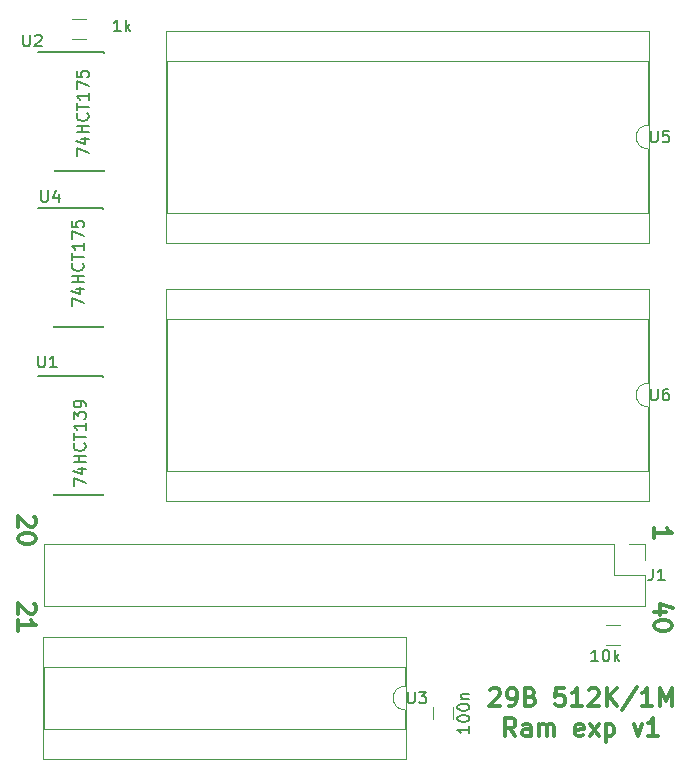
<source format=gto>
G04 #@! TF.FileFunction,Legend,Top*
%FSLAX46Y46*%
G04 Gerber Fmt 4.6, Leading zero omitted, Abs format (unit mm)*
G04 Created by KiCad (PCBNEW 4.0.7-e2-6376~58~ubuntu16.04.1) date Thu Mar 10 23:02:34 2022*
%MOMM*%
%LPD*%
G01*
G04 APERTURE LIST*
%ADD10C,0.100000*%
%ADD11C,0.300000*%
%ADD12C,0.120000*%
%ADD13C,0.150000*%
G04 APERTURE END LIST*
D10*
D11*
X169831715Y-91010429D02*
X169903144Y-90939000D01*
X170046001Y-90867571D01*
X170403144Y-90867571D01*
X170546001Y-90939000D01*
X170617430Y-91010429D01*
X170688858Y-91153286D01*
X170688858Y-91296143D01*
X170617430Y-91510429D01*
X169760287Y-92367571D01*
X170688858Y-92367571D01*
X171403143Y-92367571D02*
X171688858Y-92367571D01*
X171831715Y-92296143D01*
X171903143Y-92224714D01*
X172046001Y-92010429D01*
X172117429Y-91724714D01*
X172117429Y-91153286D01*
X172046001Y-91010429D01*
X171974572Y-90939000D01*
X171831715Y-90867571D01*
X171546001Y-90867571D01*
X171403143Y-90939000D01*
X171331715Y-91010429D01*
X171260286Y-91153286D01*
X171260286Y-91510429D01*
X171331715Y-91653286D01*
X171403143Y-91724714D01*
X171546001Y-91796143D01*
X171831715Y-91796143D01*
X171974572Y-91724714D01*
X172046001Y-91653286D01*
X172117429Y-91510429D01*
X173260286Y-91581857D02*
X173474572Y-91653286D01*
X173546000Y-91724714D01*
X173617429Y-91867571D01*
X173617429Y-92081857D01*
X173546000Y-92224714D01*
X173474572Y-92296143D01*
X173331714Y-92367571D01*
X172760286Y-92367571D01*
X172760286Y-90867571D01*
X173260286Y-90867571D01*
X173403143Y-90939000D01*
X173474572Y-91010429D01*
X173546000Y-91153286D01*
X173546000Y-91296143D01*
X173474572Y-91439000D01*
X173403143Y-91510429D01*
X173260286Y-91581857D01*
X172760286Y-91581857D01*
X176117429Y-90867571D02*
X175403143Y-90867571D01*
X175331714Y-91581857D01*
X175403143Y-91510429D01*
X175546000Y-91439000D01*
X175903143Y-91439000D01*
X176046000Y-91510429D01*
X176117429Y-91581857D01*
X176188857Y-91724714D01*
X176188857Y-92081857D01*
X176117429Y-92224714D01*
X176046000Y-92296143D01*
X175903143Y-92367571D01*
X175546000Y-92367571D01*
X175403143Y-92296143D01*
X175331714Y-92224714D01*
X177617428Y-92367571D02*
X176760285Y-92367571D01*
X177188857Y-92367571D02*
X177188857Y-90867571D01*
X177046000Y-91081857D01*
X176903142Y-91224714D01*
X176760285Y-91296143D01*
X178188856Y-91010429D02*
X178260285Y-90939000D01*
X178403142Y-90867571D01*
X178760285Y-90867571D01*
X178903142Y-90939000D01*
X178974571Y-91010429D01*
X179045999Y-91153286D01*
X179045999Y-91296143D01*
X178974571Y-91510429D01*
X178117428Y-92367571D01*
X179045999Y-92367571D01*
X179688856Y-92367571D02*
X179688856Y-90867571D01*
X180545999Y-92367571D02*
X179903142Y-91510429D01*
X180545999Y-90867571D02*
X179688856Y-91724714D01*
X182260284Y-90796143D02*
X180974570Y-92724714D01*
X183545999Y-92367571D02*
X182688856Y-92367571D01*
X183117428Y-92367571D02*
X183117428Y-90867571D01*
X182974571Y-91081857D01*
X182831713Y-91224714D01*
X182688856Y-91296143D01*
X184188856Y-92367571D02*
X184188856Y-90867571D01*
X184688856Y-91939000D01*
X185188856Y-90867571D01*
X185188856Y-92367571D01*
X171974572Y-94917571D02*
X171474572Y-94203286D01*
X171117429Y-94917571D02*
X171117429Y-93417571D01*
X171688857Y-93417571D01*
X171831715Y-93489000D01*
X171903143Y-93560429D01*
X171974572Y-93703286D01*
X171974572Y-93917571D01*
X171903143Y-94060429D01*
X171831715Y-94131857D01*
X171688857Y-94203286D01*
X171117429Y-94203286D01*
X173260286Y-94917571D02*
X173260286Y-94131857D01*
X173188857Y-93989000D01*
X173046000Y-93917571D01*
X172760286Y-93917571D01*
X172617429Y-93989000D01*
X173260286Y-94846143D02*
X173117429Y-94917571D01*
X172760286Y-94917571D01*
X172617429Y-94846143D01*
X172546000Y-94703286D01*
X172546000Y-94560429D01*
X172617429Y-94417571D01*
X172760286Y-94346143D01*
X173117429Y-94346143D01*
X173260286Y-94274714D01*
X173974572Y-94917571D02*
X173974572Y-93917571D01*
X173974572Y-94060429D02*
X174046000Y-93989000D01*
X174188858Y-93917571D01*
X174403143Y-93917571D01*
X174546000Y-93989000D01*
X174617429Y-94131857D01*
X174617429Y-94917571D01*
X174617429Y-94131857D02*
X174688858Y-93989000D01*
X174831715Y-93917571D01*
X175046000Y-93917571D01*
X175188858Y-93989000D01*
X175260286Y-94131857D01*
X175260286Y-94917571D01*
X177688857Y-94846143D02*
X177546000Y-94917571D01*
X177260286Y-94917571D01*
X177117429Y-94846143D01*
X177046000Y-94703286D01*
X177046000Y-94131857D01*
X177117429Y-93989000D01*
X177260286Y-93917571D01*
X177546000Y-93917571D01*
X177688857Y-93989000D01*
X177760286Y-94131857D01*
X177760286Y-94274714D01*
X177046000Y-94417571D01*
X178260286Y-94917571D02*
X179046000Y-93917571D01*
X178260286Y-93917571D02*
X179046000Y-94917571D01*
X179617429Y-93917571D02*
X179617429Y-95417571D01*
X179617429Y-93989000D02*
X179760286Y-93917571D01*
X180046000Y-93917571D01*
X180188857Y-93989000D01*
X180260286Y-94060429D01*
X180331715Y-94203286D01*
X180331715Y-94631857D01*
X180260286Y-94774714D01*
X180188857Y-94846143D01*
X180046000Y-94917571D01*
X179760286Y-94917571D01*
X179617429Y-94846143D01*
X181974572Y-93917571D02*
X182331715Y-94917571D01*
X182688857Y-93917571D01*
X184046000Y-94917571D02*
X183188857Y-94917571D01*
X183617429Y-94917571D02*
X183617429Y-93417571D01*
X183474572Y-93631857D01*
X183331714Y-93774714D01*
X183188857Y-93846143D01*
X131234571Y-83693143D02*
X131306000Y-83764572D01*
X131377429Y-83907429D01*
X131377429Y-84264572D01*
X131306000Y-84407429D01*
X131234571Y-84478858D01*
X131091714Y-84550286D01*
X130948857Y-84550286D01*
X130734571Y-84478858D01*
X129877429Y-83621715D01*
X129877429Y-84550286D01*
X129877429Y-85978857D02*
X129877429Y-85121714D01*
X129877429Y-85550286D02*
X131377429Y-85550286D01*
X131163143Y-85407429D01*
X131020286Y-85264571D01*
X130948857Y-85121714D01*
X131234571Y-76327143D02*
X131306000Y-76398572D01*
X131377429Y-76541429D01*
X131377429Y-76898572D01*
X131306000Y-77041429D01*
X131234571Y-77112858D01*
X131091714Y-77184286D01*
X130948857Y-77184286D01*
X130734571Y-77112858D01*
X129877429Y-76255715D01*
X129877429Y-77184286D01*
X131377429Y-78112857D02*
X131377429Y-78255714D01*
X131306000Y-78398571D01*
X131234571Y-78470000D01*
X131091714Y-78541429D01*
X130806000Y-78612857D01*
X130448857Y-78612857D01*
X130163143Y-78541429D01*
X130020286Y-78470000D01*
X129948857Y-78398571D01*
X129877429Y-78255714D01*
X129877429Y-78112857D01*
X129948857Y-77970000D01*
X130020286Y-77898571D01*
X130163143Y-77827143D01*
X130448857Y-77755714D01*
X130806000Y-77755714D01*
X131091714Y-77827143D01*
X131234571Y-77898571D01*
X131306000Y-77970000D01*
X131377429Y-78112857D01*
X184725429Y-84407429D02*
X183725429Y-84407429D01*
X185296857Y-84050286D02*
X184225429Y-83693143D01*
X184225429Y-84621715D01*
X185225429Y-85478857D02*
X185225429Y-85621714D01*
X185154000Y-85764571D01*
X185082571Y-85836000D01*
X184939714Y-85907429D01*
X184654000Y-85978857D01*
X184296857Y-85978857D01*
X184011143Y-85907429D01*
X183868286Y-85836000D01*
X183796857Y-85764571D01*
X183725429Y-85621714D01*
X183725429Y-85478857D01*
X183796857Y-85336000D01*
X183868286Y-85264571D01*
X184011143Y-85193143D01*
X184296857Y-85121714D01*
X184654000Y-85121714D01*
X184939714Y-85193143D01*
X185082571Y-85264571D01*
X185154000Y-85336000D01*
X185225429Y-85478857D01*
X183725429Y-78152572D02*
X183725429Y-77295429D01*
X183725429Y-77724001D02*
X185225429Y-77724001D01*
X185011143Y-77581144D01*
X184868286Y-77438286D01*
X184796857Y-77295429D01*
D12*
X165012000Y-92464000D02*
X165012000Y-93464000D01*
X166712000Y-93464000D02*
X166712000Y-92464000D01*
X132020000Y-78680000D02*
X132020000Y-83880000D01*
X180340000Y-78680000D02*
X132020000Y-78680000D01*
X182940000Y-83880000D02*
X132020000Y-83880000D01*
X180340000Y-78680000D02*
X180340000Y-81280000D01*
X180340000Y-81280000D02*
X182940000Y-81280000D01*
X182940000Y-81280000D02*
X182940000Y-83880000D01*
X181610000Y-78680000D02*
X182940000Y-78680000D01*
X182940000Y-78680000D02*
X182940000Y-80010000D01*
X179660000Y-85480000D02*
X180860000Y-85480000D01*
X180860000Y-87240000D02*
X179660000Y-87240000D01*
X135648000Y-35932000D02*
X134448000Y-35932000D01*
X134448000Y-34172000D02*
X135648000Y-34172000D01*
D13*
X132893000Y-64394000D02*
X132893000Y-64419000D01*
X137043000Y-64394000D02*
X137043000Y-64499000D01*
X137043000Y-74544000D02*
X137043000Y-74439000D01*
X132893000Y-74544000D02*
X132893000Y-74439000D01*
X132893000Y-64394000D02*
X137043000Y-64394000D01*
X132893000Y-74544000D02*
X137043000Y-74544000D01*
X132893000Y-64419000D02*
X131518000Y-64419000D01*
X132959000Y-36962000D02*
X132959000Y-36987000D01*
X137109000Y-36962000D02*
X137109000Y-37067000D01*
X137109000Y-47112000D02*
X137109000Y-47007000D01*
X132959000Y-47112000D02*
X132959000Y-47007000D01*
X132959000Y-36962000D02*
X137109000Y-36962000D01*
X132959000Y-47112000D02*
X137109000Y-47112000D01*
X132959000Y-36987000D02*
X131584000Y-36987000D01*
D12*
X162620000Y-92694000D02*
G75*
G02X162620000Y-90694000I0J1000000D01*
G01*
X162620000Y-90694000D02*
X162620000Y-89044000D01*
X162620000Y-89044000D02*
X132020000Y-89044000D01*
X132020000Y-89044000D02*
X132020000Y-94344000D01*
X132020000Y-94344000D02*
X162620000Y-94344000D01*
X162620000Y-94344000D02*
X162620000Y-92694000D01*
X162680000Y-86554000D02*
X131960000Y-86554000D01*
X131960000Y-86554000D02*
X131960000Y-96834000D01*
X131960000Y-96834000D02*
X162680000Y-96834000D01*
X162680000Y-96834000D02*
X162680000Y-86554000D01*
D13*
X132893000Y-50170000D02*
X132893000Y-50195000D01*
X137043000Y-50170000D02*
X137043000Y-50275000D01*
X137043000Y-60320000D02*
X137043000Y-60215000D01*
X132893000Y-60320000D02*
X132893000Y-60215000D01*
X132893000Y-50170000D02*
X137043000Y-50170000D01*
X132893000Y-60320000D02*
X137043000Y-60320000D01*
X132893000Y-50195000D02*
X131518000Y-50195000D01*
D12*
X183194000Y-45196000D02*
G75*
G02X183194000Y-43196000I0J1000000D01*
G01*
X183194000Y-43196000D02*
X183194000Y-37736000D01*
X183194000Y-37736000D02*
X142434000Y-37736000D01*
X142434000Y-37736000D02*
X142434000Y-50656000D01*
X142434000Y-50656000D02*
X183194000Y-50656000D01*
X183194000Y-50656000D02*
X183194000Y-45196000D01*
X183254000Y-35246000D02*
X142374000Y-35246000D01*
X142374000Y-35246000D02*
X142374000Y-53146000D01*
X142374000Y-53146000D02*
X183254000Y-53146000D01*
X183254000Y-53146000D02*
X183254000Y-35246000D01*
X183194000Y-67040000D02*
G75*
G02X183194000Y-65040000I0J1000000D01*
G01*
X183194000Y-65040000D02*
X183194000Y-59580000D01*
X183194000Y-59580000D02*
X142434000Y-59580000D01*
X142434000Y-59580000D02*
X142434000Y-72500000D01*
X142434000Y-72500000D02*
X183194000Y-72500000D01*
X183194000Y-72500000D02*
X183194000Y-67040000D01*
X183254000Y-57090000D02*
X142374000Y-57090000D01*
X142374000Y-57090000D02*
X142374000Y-74990000D01*
X142374000Y-74990000D02*
X183254000Y-74990000D01*
X183254000Y-74990000D02*
X183254000Y-57090000D01*
D13*
X168064381Y-94083047D02*
X168064381Y-94654476D01*
X168064381Y-94368762D02*
X167064381Y-94368762D01*
X167207238Y-94464000D01*
X167302476Y-94559238D01*
X167350095Y-94654476D01*
X167064381Y-93464000D02*
X167064381Y-93368761D01*
X167112000Y-93273523D01*
X167159619Y-93225904D01*
X167254857Y-93178285D01*
X167445333Y-93130666D01*
X167683429Y-93130666D01*
X167873905Y-93178285D01*
X167969143Y-93225904D01*
X168016762Y-93273523D01*
X168064381Y-93368761D01*
X168064381Y-93464000D01*
X168016762Y-93559238D01*
X167969143Y-93606857D01*
X167873905Y-93654476D01*
X167683429Y-93702095D01*
X167445333Y-93702095D01*
X167254857Y-93654476D01*
X167159619Y-93606857D01*
X167112000Y-93559238D01*
X167064381Y-93464000D01*
X167064381Y-92511619D02*
X167064381Y-92416380D01*
X167112000Y-92321142D01*
X167159619Y-92273523D01*
X167254857Y-92225904D01*
X167445333Y-92178285D01*
X167683429Y-92178285D01*
X167873905Y-92225904D01*
X167969143Y-92273523D01*
X168016762Y-92321142D01*
X168064381Y-92416380D01*
X168064381Y-92511619D01*
X168016762Y-92606857D01*
X167969143Y-92654476D01*
X167873905Y-92702095D01*
X167683429Y-92749714D01*
X167445333Y-92749714D01*
X167254857Y-92702095D01*
X167159619Y-92654476D01*
X167112000Y-92606857D01*
X167064381Y-92511619D01*
X167397714Y-91749714D02*
X168064381Y-91749714D01*
X167492952Y-91749714D02*
X167445333Y-91702095D01*
X167397714Y-91606857D01*
X167397714Y-91463999D01*
X167445333Y-91368761D01*
X167540571Y-91321142D01*
X168064381Y-91321142D01*
X183606667Y-80732381D02*
X183606667Y-81446667D01*
X183559047Y-81589524D01*
X183463809Y-81684762D01*
X183320952Y-81732381D01*
X183225714Y-81732381D01*
X184606667Y-81732381D02*
X184035238Y-81732381D01*
X184320952Y-81732381D02*
X184320952Y-80732381D01*
X184225714Y-80875238D01*
X184130476Y-80970476D01*
X184035238Y-81018095D01*
X178982762Y-88590381D02*
X178411333Y-88590381D01*
X178697047Y-88590381D02*
X178697047Y-87590381D01*
X178601809Y-87733238D01*
X178506571Y-87828476D01*
X178411333Y-87876095D01*
X179601809Y-87590381D02*
X179697048Y-87590381D01*
X179792286Y-87638000D01*
X179839905Y-87685619D01*
X179887524Y-87780857D01*
X179935143Y-87971333D01*
X179935143Y-88209429D01*
X179887524Y-88399905D01*
X179839905Y-88495143D01*
X179792286Y-88542762D01*
X179697048Y-88590381D01*
X179601809Y-88590381D01*
X179506571Y-88542762D01*
X179458952Y-88495143D01*
X179411333Y-88399905D01*
X179363714Y-88209429D01*
X179363714Y-87971333D01*
X179411333Y-87780857D01*
X179458952Y-87685619D01*
X179506571Y-87638000D01*
X179601809Y-87590381D01*
X180363714Y-88590381D02*
X180363714Y-87590381D01*
X180458952Y-88209429D02*
X180744667Y-88590381D01*
X180744667Y-87923714D02*
X180363714Y-88304667D01*
X138564953Y-35250381D02*
X137993524Y-35250381D01*
X138279238Y-35250381D02*
X138279238Y-34250381D01*
X138184000Y-34393238D01*
X138088762Y-34488476D01*
X137993524Y-34536095D01*
X138993524Y-35250381D02*
X138993524Y-34250381D01*
X139088762Y-34869429D02*
X139374477Y-35250381D01*
X139374477Y-34583714D02*
X138993524Y-34964667D01*
X131572095Y-62698381D02*
X131572095Y-63507905D01*
X131619714Y-63603143D01*
X131667333Y-63650762D01*
X131762571Y-63698381D01*
X131953048Y-63698381D01*
X132048286Y-63650762D01*
X132095905Y-63603143D01*
X132143524Y-63507905D01*
X132143524Y-62698381D01*
X133143524Y-63698381D02*
X132572095Y-63698381D01*
X132857809Y-63698381D02*
X132857809Y-62698381D01*
X132762571Y-62841238D01*
X132667333Y-62936476D01*
X132572095Y-62984095D01*
X134580381Y-73746857D02*
X134580381Y-73080190D01*
X135580381Y-73508762D01*
X134913714Y-72270666D02*
X135580381Y-72270666D01*
X134532762Y-72508762D02*
X135247048Y-72746857D01*
X135247048Y-72127809D01*
X135580381Y-71746857D02*
X134580381Y-71746857D01*
X135056571Y-71746857D02*
X135056571Y-71175428D01*
X135580381Y-71175428D02*
X134580381Y-71175428D01*
X135485143Y-70127809D02*
X135532762Y-70175428D01*
X135580381Y-70318285D01*
X135580381Y-70413523D01*
X135532762Y-70556381D01*
X135437524Y-70651619D01*
X135342286Y-70699238D01*
X135151810Y-70746857D01*
X135008952Y-70746857D01*
X134818476Y-70699238D01*
X134723238Y-70651619D01*
X134628000Y-70556381D01*
X134580381Y-70413523D01*
X134580381Y-70318285D01*
X134628000Y-70175428D01*
X134675619Y-70127809D01*
X134580381Y-69842095D02*
X134580381Y-69270666D01*
X135580381Y-69556381D02*
X134580381Y-69556381D01*
X135580381Y-68413523D02*
X135580381Y-68984952D01*
X135580381Y-68699238D02*
X134580381Y-68699238D01*
X134723238Y-68794476D01*
X134818476Y-68889714D01*
X134866095Y-68984952D01*
X134580381Y-68080190D02*
X134580381Y-67461142D01*
X134961333Y-67794476D01*
X134961333Y-67651618D01*
X135008952Y-67556380D01*
X135056571Y-67508761D01*
X135151810Y-67461142D01*
X135389905Y-67461142D01*
X135485143Y-67508761D01*
X135532762Y-67556380D01*
X135580381Y-67651618D01*
X135580381Y-67937333D01*
X135532762Y-68032571D01*
X135485143Y-68080190D01*
X135580381Y-66984952D02*
X135580381Y-66794476D01*
X135532762Y-66699237D01*
X135485143Y-66651618D01*
X135342286Y-66556380D01*
X135151810Y-66508761D01*
X134770857Y-66508761D01*
X134675619Y-66556380D01*
X134628000Y-66603999D01*
X134580381Y-66699237D01*
X134580381Y-66889714D01*
X134628000Y-66984952D01*
X134675619Y-67032571D01*
X134770857Y-67080190D01*
X135008952Y-67080190D01*
X135104190Y-67032571D01*
X135151810Y-66984952D01*
X135199429Y-66889714D01*
X135199429Y-66699237D01*
X135151810Y-66603999D01*
X135104190Y-66556380D01*
X135008952Y-66508761D01*
X130302095Y-35520381D02*
X130302095Y-36329905D01*
X130349714Y-36425143D01*
X130397333Y-36472762D01*
X130492571Y-36520381D01*
X130683048Y-36520381D01*
X130778286Y-36472762D01*
X130825905Y-36425143D01*
X130873524Y-36329905D01*
X130873524Y-35520381D01*
X131302095Y-35615619D02*
X131349714Y-35568000D01*
X131444952Y-35520381D01*
X131683048Y-35520381D01*
X131778286Y-35568000D01*
X131825905Y-35615619D01*
X131873524Y-35710857D01*
X131873524Y-35806095D01*
X131825905Y-35948952D01*
X131254476Y-36520381D01*
X131873524Y-36520381D01*
X134834381Y-45806857D02*
X134834381Y-45140190D01*
X135834381Y-45568762D01*
X135167714Y-44330666D02*
X135834381Y-44330666D01*
X134786762Y-44568762D02*
X135501048Y-44806857D01*
X135501048Y-44187809D01*
X135834381Y-43806857D02*
X134834381Y-43806857D01*
X135310571Y-43806857D02*
X135310571Y-43235428D01*
X135834381Y-43235428D02*
X134834381Y-43235428D01*
X135739143Y-42187809D02*
X135786762Y-42235428D01*
X135834381Y-42378285D01*
X135834381Y-42473523D01*
X135786762Y-42616381D01*
X135691524Y-42711619D01*
X135596286Y-42759238D01*
X135405810Y-42806857D01*
X135262952Y-42806857D01*
X135072476Y-42759238D01*
X134977238Y-42711619D01*
X134882000Y-42616381D01*
X134834381Y-42473523D01*
X134834381Y-42378285D01*
X134882000Y-42235428D01*
X134929619Y-42187809D01*
X134834381Y-41902095D02*
X134834381Y-41330666D01*
X135834381Y-41616381D02*
X134834381Y-41616381D01*
X135834381Y-40473523D02*
X135834381Y-41044952D01*
X135834381Y-40759238D02*
X134834381Y-40759238D01*
X134977238Y-40854476D01*
X135072476Y-40949714D01*
X135120095Y-41044952D01*
X134834381Y-40140190D02*
X134834381Y-39473523D01*
X135834381Y-39902095D01*
X134834381Y-38616380D02*
X134834381Y-39092571D01*
X135310571Y-39140190D01*
X135262952Y-39092571D01*
X135215333Y-38997333D01*
X135215333Y-38759237D01*
X135262952Y-38663999D01*
X135310571Y-38616380D01*
X135405810Y-38568761D01*
X135643905Y-38568761D01*
X135739143Y-38616380D01*
X135786762Y-38663999D01*
X135834381Y-38759237D01*
X135834381Y-38997333D01*
X135786762Y-39092571D01*
X135739143Y-39140190D01*
X162858095Y-91146381D02*
X162858095Y-91955905D01*
X162905714Y-92051143D01*
X162953333Y-92098762D01*
X163048571Y-92146381D01*
X163239048Y-92146381D01*
X163334286Y-92098762D01*
X163381905Y-92051143D01*
X163429524Y-91955905D01*
X163429524Y-91146381D01*
X163810476Y-91146381D02*
X164429524Y-91146381D01*
X164096190Y-91527333D01*
X164239048Y-91527333D01*
X164334286Y-91574952D01*
X164381905Y-91622571D01*
X164429524Y-91717810D01*
X164429524Y-91955905D01*
X164381905Y-92051143D01*
X164334286Y-92098762D01*
X164239048Y-92146381D01*
X163953333Y-92146381D01*
X163858095Y-92098762D01*
X163810476Y-92051143D01*
X131826095Y-48697381D02*
X131826095Y-49506905D01*
X131873714Y-49602143D01*
X131921333Y-49649762D01*
X132016571Y-49697381D01*
X132207048Y-49697381D01*
X132302286Y-49649762D01*
X132349905Y-49602143D01*
X132397524Y-49506905D01*
X132397524Y-48697381D01*
X133302286Y-49030714D02*
X133302286Y-49697381D01*
X133064190Y-48649762D02*
X132826095Y-49364048D01*
X133445143Y-49364048D01*
X134420381Y-58506857D02*
X134420381Y-57840190D01*
X135420381Y-58268762D01*
X134753714Y-57030666D02*
X135420381Y-57030666D01*
X134372762Y-57268762D02*
X135087048Y-57506857D01*
X135087048Y-56887809D01*
X135420381Y-56506857D02*
X134420381Y-56506857D01*
X134896571Y-56506857D02*
X134896571Y-55935428D01*
X135420381Y-55935428D02*
X134420381Y-55935428D01*
X135325143Y-54887809D02*
X135372762Y-54935428D01*
X135420381Y-55078285D01*
X135420381Y-55173523D01*
X135372762Y-55316381D01*
X135277524Y-55411619D01*
X135182286Y-55459238D01*
X134991810Y-55506857D01*
X134848952Y-55506857D01*
X134658476Y-55459238D01*
X134563238Y-55411619D01*
X134468000Y-55316381D01*
X134420381Y-55173523D01*
X134420381Y-55078285D01*
X134468000Y-54935428D01*
X134515619Y-54887809D01*
X134420381Y-54602095D02*
X134420381Y-54030666D01*
X135420381Y-54316381D02*
X134420381Y-54316381D01*
X135420381Y-53173523D02*
X135420381Y-53744952D01*
X135420381Y-53459238D02*
X134420381Y-53459238D01*
X134563238Y-53554476D01*
X134658476Y-53649714D01*
X134706095Y-53744952D01*
X134420381Y-52840190D02*
X134420381Y-52173523D01*
X135420381Y-52602095D01*
X134420381Y-51316380D02*
X134420381Y-51792571D01*
X134896571Y-51840190D01*
X134848952Y-51792571D01*
X134801333Y-51697333D01*
X134801333Y-51459237D01*
X134848952Y-51363999D01*
X134896571Y-51316380D01*
X134991810Y-51268761D01*
X135229905Y-51268761D01*
X135325143Y-51316380D01*
X135372762Y-51363999D01*
X135420381Y-51459237D01*
X135420381Y-51697333D01*
X135372762Y-51792571D01*
X135325143Y-51840190D01*
X183432095Y-43648381D02*
X183432095Y-44457905D01*
X183479714Y-44553143D01*
X183527333Y-44600762D01*
X183622571Y-44648381D01*
X183813048Y-44648381D01*
X183908286Y-44600762D01*
X183955905Y-44553143D01*
X184003524Y-44457905D01*
X184003524Y-43648381D01*
X184955905Y-43648381D02*
X184479714Y-43648381D01*
X184432095Y-44124571D01*
X184479714Y-44076952D01*
X184574952Y-44029333D01*
X184813048Y-44029333D01*
X184908286Y-44076952D01*
X184955905Y-44124571D01*
X185003524Y-44219810D01*
X185003524Y-44457905D01*
X184955905Y-44553143D01*
X184908286Y-44600762D01*
X184813048Y-44648381D01*
X184574952Y-44648381D01*
X184479714Y-44600762D01*
X184432095Y-44553143D01*
X183432095Y-65492381D02*
X183432095Y-66301905D01*
X183479714Y-66397143D01*
X183527333Y-66444762D01*
X183622571Y-66492381D01*
X183813048Y-66492381D01*
X183908286Y-66444762D01*
X183955905Y-66397143D01*
X184003524Y-66301905D01*
X184003524Y-65492381D01*
X184908286Y-65492381D02*
X184717809Y-65492381D01*
X184622571Y-65540000D01*
X184574952Y-65587619D01*
X184479714Y-65730476D01*
X184432095Y-65920952D01*
X184432095Y-66301905D01*
X184479714Y-66397143D01*
X184527333Y-66444762D01*
X184622571Y-66492381D01*
X184813048Y-66492381D01*
X184908286Y-66444762D01*
X184955905Y-66397143D01*
X185003524Y-66301905D01*
X185003524Y-66063810D01*
X184955905Y-65968571D01*
X184908286Y-65920952D01*
X184813048Y-65873333D01*
X184622571Y-65873333D01*
X184527333Y-65920952D01*
X184479714Y-65968571D01*
X184432095Y-66063810D01*
M02*

</source>
